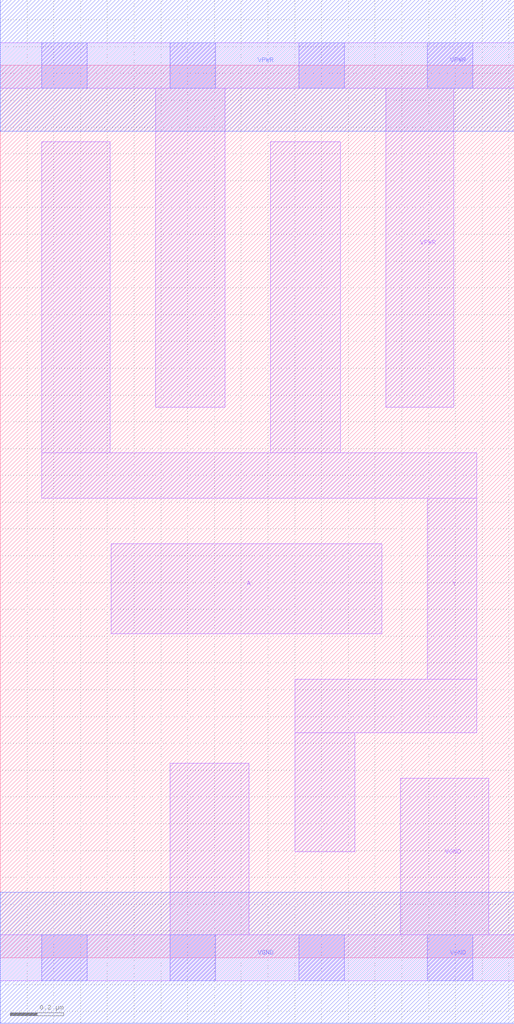
<source format=lef>
# Copyright 2020 The SkyWater PDK Authors
#
# Licensed under the Apache License, Version 2.0 (the "License");
# you may not use this file except in compliance with the License.
# You may obtain a copy of the License at
#
#     https://www.apache.org/licenses/LICENSE-2.0
#
# Unless required by applicable law or agreed to in writing, software
# distributed under the License is distributed on an "AS IS" BASIS,
# WITHOUT WARRANTIES OR CONDITIONS OF ANY KIND, either express or implied.
# See the License for the specific language governing permissions and
# limitations under the License.
#
# SPDX-License-Identifier: Apache-2.0

VERSION 5.7 ;
  NAMESCASESENSITIVE ON ;
  NOWIREEXTENSIONATPIN ON ;
  DIVIDERCHAR "/" ;
  BUSBITCHARS "[]" ;
UNITS
  DATABASE MICRONS 200 ;
END UNITS
MACRO sky130_fd_sc_lp__clkinv_2
  CLASS CORE ;
  SOURCE USER ;
  FOREIGN sky130_fd_sc_lp__clkinv_2 ;
  ORIGIN  0.000000  0.000000 ;
  SIZE  1.920000 BY  3.330000 ;
  SYMMETRY X Y R90 ;
  SITE unit ;
  PIN A
    ANTENNAGATEAREA  0.693000 ;
    DIRECTION INPUT ;
    USE SIGNAL ;
    PORT
      LAYER li1 ;
        RECT 0.415000 1.210000 1.425000 1.545000 ;
    END
  END A
  PIN Y
    ANTENNADIFFAREA  0.804300 ;
    DIRECTION OUTPUT ;
    USE SIGNAL ;
    PORT
      LAYER li1 ;
        RECT 0.155000 1.715000 1.780000 1.885000 ;
        RECT 0.155000 1.885000 0.410000 3.045000 ;
        RECT 1.010000 1.885000 1.270000 3.045000 ;
        RECT 1.100000 0.395000 1.325000 0.840000 ;
        RECT 1.100000 0.840000 1.780000 1.040000 ;
        RECT 1.595000 1.040000 1.780000 1.715000 ;
    END
  END Y
  PIN VGND
    DIRECTION INOUT ;
    USE GROUND ;
    PORT
      LAYER li1 ;
        RECT 0.000000 -0.085000 1.920000 0.085000 ;
        RECT 0.635000  0.085000 0.930000 0.725000 ;
        RECT 1.495000  0.085000 1.825000 0.670000 ;
      LAYER mcon ;
        RECT 0.155000 -0.085000 0.325000 0.085000 ;
        RECT 0.635000 -0.085000 0.805000 0.085000 ;
        RECT 1.115000 -0.085000 1.285000 0.085000 ;
        RECT 1.595000 -0.085000 1.765000 0.085000 ;
      LAYER met1 ;
        RECT 0.000000 -0.245000 1.920000 0.245000 ;
    END
  END VGND
  PIN VPWR
    DIRECTION INOUT ;
    USE POWER ;
    PORT
      LAYER li1 ;
        RECT 0.000000 3.245000 1.920000 3.415000 ;
        RECT 0.580000 2.055000 0.840000 3.245000 ;
        RECT 1.440000 2.055000 1.695000 3.245000 ;
      LAYER mcon ;
        RECT 0.155000 3.245000 0.325000 3.415000 ;
        RECT 0.635000 3.245000 0.805000 3.415000 ;
        RECT 1.115000 3.245000 1.285000 3.415000 ;
        RECT 1.595000 3.245000 1.765000 3.415000 ;
      LAYER met1 ;
        RECT 0.000000 3.085000 1.920000 3.575000 ;
    END
  END VPWR
END sky130_fd_sc_lp__clkinv_2

</source>
